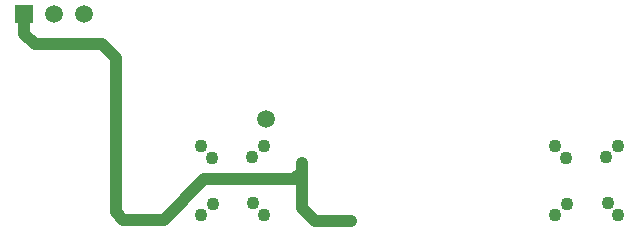
<source format=gtl>
G04*
G04 #@! TF.GenerationSoftware,Altium Limited,Altium Designer,21.0.8 (223)*
G04*
G04 Layer_Physical_Order=1*
G04 Layer_Color=255*
%FSLAX25Y25*%
%MOIN*%
G70*
G04*
G04 #@! TF.SameCoordinates,8BDFEA7E-33B9-40F2-A198-A1E5764946FA*
G04*
G04*
G04 #@! TF.FilePolarity,Positive*
G04*
G01*
G75*
%ADD15C,0.04000*%
%ADD16C,0.05906*%
%ADD17R,0.05906X0.05906*%
%ADD18C,0.04331*%
%ADD19C,0.02559*%
D15*
X-6500Y-7500D02*
Y-4500D01*
X-9000Y-10000D02*
X-6500Y-7500D01*
X-39000Y-10000D02*
X-9000D01*
X-66000Y-23500D02*
X-52500D01*
X-39000Y-10000D01*
X-6500Y-10500D02*
Y-7500D01*
X-68500Y-21000D02*
Y30500D01*
X-95500Y35000D02*
X-73000D01*
X-68500Y30500D01*
X-99000Y38500D02*
Y45000D01*
Y38500D02*
X-95500Y35000D01*
X-68500Y-21000D02*
X-66000Y-23500D01*
X-6500Y-13500D02*
Y-10500D01*
Y-19500D02*
Y-13500D01*
Y-19500D02*
X-2000Y-24000D01*
X7000D02*
X10000D01*
X4000D02*
X7000D01*
X1000D02*
X4000D01*
X-2000D02*
X1000D01*
D16*
X-18500Y10000D02*
D03*
X-79000Y45000D02*
D03*
X-89000D02*
D03*
D17*
X-99000D02*
D03*
D18*
X99110Y1000D02*
D03*
X78055D02*
D03*
Y-21866D02*
D03*
X99110D02*
D03*
X81610Y-3000D02*
D03*
X95110Y-2555D02*
D03*
X95555Y-17866D02*
D03*
X82055Y-18311D02*
D03*
X-36055D02*
D03*
X-22555Y-17866D02*
D03*
X-23000Y-2555D02*
D03*
X-36500Y-3000D02*
D03*
X-19000Y-21866D02*
D03*
X-40055D02*
D03*
Y1000D02*
D03*
X-19000D02*
D03*
D19*
X-6500Y-4500D02*
D03*
Y-13500D02*
D03*
Y-10500D02*
D03*
Y-7500D02*
D03*
X10000Y-24000D02*
D03*
X7000D02*
D03*
X4000D02*
D03*
X1000D02*
D03*
X-2000D02*
D03*
M02*

</source>
